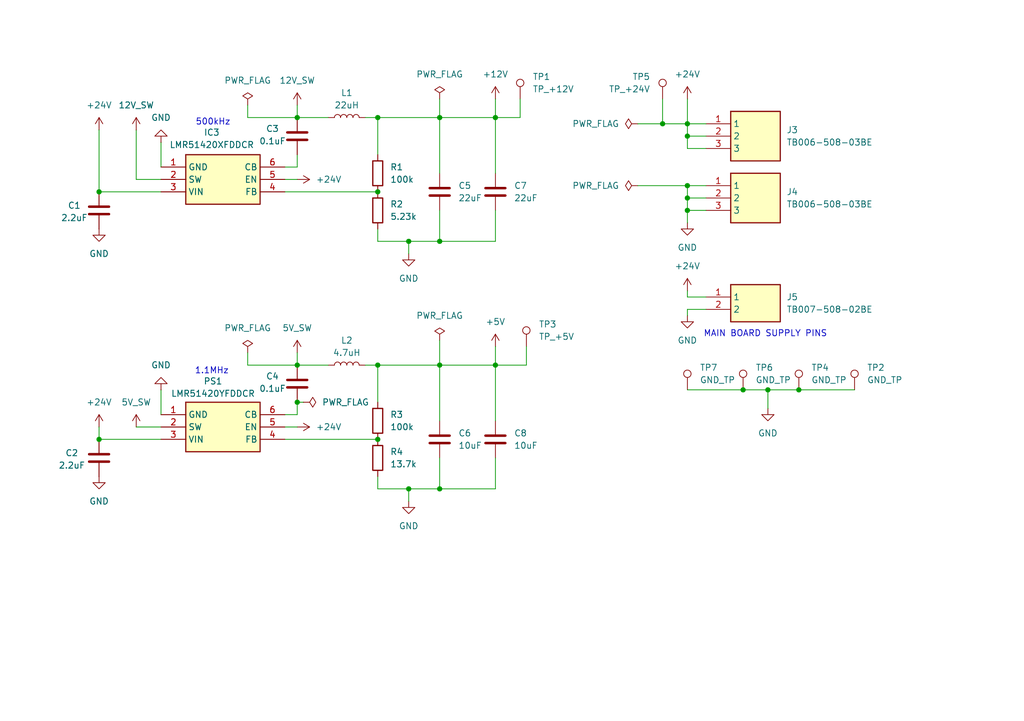
<source format=kicad_sch>
(kicad_sch (version 20250114) (generator "eeschema") (generator_version "9.0")
  (paper "A5")
  (lib_symbols
    (symbol "Connector:TestPoint" (pin_numbers (hide yes)) (pin_names (offset 0.762) (hide yes))
      (property "Reference" "TP" (at 0 6.858 0))
      (property "Value" "TestPoint" (at 0 5.08 0))
      (symbol "TestPoint_0_1"
        (circle (center 0 3.302) (radius 0.762))
      )
      (symbol "TestPoint_1_1"
        (pin passive line (at 0 0 90) (length 2.54) (name "1") (number "1"))
      )
    )
    (symbol "Device:C" (pin_numbers (hide yes)) (pin_names (offset 0.254))
      (property "Reference" "C" (at 0.635 2.54 0))
      (property "Value" "C" (at 0.635 -2.54 0))
      (symbol "C_0_1"
        (polyline (pts (xy -2.032 0.762) (xy 2.032 0.762)) (stroke (width 0.508)))
        (polyline (pts (xy -2.032 -0.762) (xy 2.032 -0.762)) (stroke (width 0.508)))
      )
      (symbol "C_1_1"
        (pin passive line (at 0 3.81 270) (length 2.794) (name "~") (number "1"))
        (pin passive line (at 0 -3.81 90) (length 2.794) (name "~") (number "2"))
      )
    )
    (symbol "Device:L" (pin_numbers (hide yes)) (pin_names (offset 1.016) (hide yes))
      (property "Reference" "L" (at -1.27 0 90))
      (property "Value" "L" (at 1.905 0 90))
      (symbol "L_0_1"
        (arc (start 0 2.54) (mid 0.6323 1.905) (end 0 1.27))
        (arc (start 0 1.27) (mid 0.6323 0.635) (end 0 0))
        (arc (start 0 0) (mid 0.6323 -0.635) (end 0 -1.27))
        (arc (start 0 -1.27) (mid 0.6323 -1.905) (end 0 -2.54))
      )
      (symbol "L_1_1"
        (pin passive line (at 0 3.81 270) (length 1.27) (name "1") (number "1"))
        (pin passive line (at 0 -3.81 90) (length 1.27) (name "2") (number "2"))
      )
    )
    (symbol "Device:R" (pin_numbers (hide yes)) (pin_names (offset 0))
      (property "Reference" "R" (at 2.032 0 90))
      (property "Value" "R" (at 0 0 90))
      (symbol "R_0_1"
        (rectangle (start -1.016 -2.54) (end 1.016 2.54) (stroke (width 0.254)))
      )
      (symbol "R_1_1"
        (pin passive line (at 0 3.81 270) (length 1.27) (name "~") (number "1"))
        (pin passive line (at 0 -3.81 90) (length 1.27) (name "~") (number "2"))
      )
    )
    (symbol "Samacsys:LMR51420XFDDCR"
      (property "Reference" "IC" (at 21.59 7.62 0))
      (property "Value" "LMR51420XFDDCR" (at 21.59 5.08 0))
      (symbol "LMR51420XFDDCR_1_1"
        (rectangle (start 5.08 2.54) (end 20.32 -7.62) (stroke (width 0.254)) (fill (type background)))
        (pin passive line (at 0 0 0) (length 5.08) (name "GND") (number "1"))
        (pin passive line (at 0 -2.54 0) (length 5.08) (name "SW") (number "2"))
        (pin passive line (at 0 -5.08 0) (length 5.08) (name "VIN") (number "3"))
        (pin passive line (at 25.4 0 180) (length 5.08) (name "CB") (number "6"))
        (pin passive line (at 25.4 -2.54 180) (length 5.08) (name "EN") (number "5"))
        (pin passive line (at 25.4 -5.08 180) (length 5.08) (name "FB") (number "4"))
      )
    )
    (symbol "Samacsys:LMR51420YFDDCR"
      (property "Reference" "PS" (at 21.59 7.62 0))
      (property "Value" "LMR51420YFDDCR" (at 21.59 5.08 0))
      (symbol "LMR51420YFDDCR_1_1"
        (rectangle (start 5.08 2.54) (end 20.32 -7.62) (stroke (width 0.254)) (fill (type background)))
        (pin power_in line (at 0 0 0) (length 5.08) (name "GND") (number "1"))
        (pin power_in line (at 0 -2.54 0) (length 5.08) (name "SW") (number "2"))
        (pin power_in line (at 0 -5.08 0) (length 5.08) (name "VIN") (number "3"))
        (pin power_in line (at 25.4 0 180) (length 5.08) (name "CB") (number "6"))
        (pin input line (at 25.4 -2.54 180) (length 5.08) (name "EN") (number "5"))
        (pin input line (at 25.4 -5.08 180) (length 5.08) (name "FB") (number "4"))
      )
    )
    (symbol "Samacsys:TB006-508-03BE"
      (property "Reference" "J" (at 16.51 7.62 0))
      (property "Value" "TB006-508-03BE" (at 16.51 5.08 0))
      (symbol "TB006-508-03BE_1_1"
        (rectangle (start 5.08 2.54) (end 15.24 -7.62) (stroke (width 0.254)) (fill (type background)))
        (pin passive line (at 0 0 0) (length 5.08) (name "1") (number "1"))
        (pin passive line (at 0 -2.54 0) (length 5.08) (name "2") (number "2"))
        (pin passive line (at 0 -5.08 0) (length 5.08) (name "3") (number "3"))
      )
    )
    (symbol "Samacsys:TB007-508-02BE"
      (property "Reference" "J" (at 16.51 7.62 0))
      (property "Value" "TB007-508-02BE" (at 16.51 5.08 0))
      (symbol "TB007-508-02BE_1_1"
        (rectangle (start 5.08 2.54) (end 15.24 -5.08) (stroke (width 0.254)) (fill (type background)))
        (pin passive line (at 0 0 0) (length 5.08) (name "1") (number "1"))
        (pin passive line (at 0 -2.54 0) (length 5.08) (name "2") (number "2"))
      )
    )
    (symbol "power:+12V" (power) (pin_numbers (hide yes)) (pin_names (offset 0) (hide yes))
      (property "Value" "+12V" (at 0 3.556 0))
      (symbol "+12V_0_1"
        (polyline (pts (xy -0.762 1.27) (xy 0 2.54)))
        (polyline (pts (xy 0 2.54) (xy 0.762 1.27)))
        (polyline (pts (xy 0 0) (xy 0 2.54)))
      )
      (symbol "+12V_1_1"
        (pin power_in line (at 0 0 90) (length 0) (name "~") (number "1"))
      )
    )
    (symbol "power:+24V" (power) (pin_numbers (hide yes)) (pin_names (offset 0) (hide yes))
      (property "Value" "+24V" (at 0 3.556 0))
      (symbol "+24V_0_1"
        (polyline (pts (xy -0.762 1.27) (xy 0 2.54)))
        (polyline (pts (xy 0 2.54) (xy 0.762 1.27)))
        (polyline (pts (xy 0 0) (xy 0 2.54)))
      )
      (symbol "+24V_1_1"
        (pin power_in line (at 0 0 90) (length 0) (name "~") (number "1"))
      )
    )
    (symbol "power:GND" (power) (pin_numbers (hide yes)) (pin_names (offset 0) (hide yes))
      (property "Value" "GND" (at 0 -3.81 0))
      (symbol "GND_0_1"
        (polyline (pts (xy 0 0) (xy 0 -1.27) (xy 1.27 -1.27) (xy 0 -2.54) (xy -1.27 -1.27) (xy 0 -1.27)))
      )
      (symbol "GND_1_1"
        (pin power_in line (at 0 0 270) (length 0) (name "~") (number "1"))
      )
    )
    (symbol "power:PWR_FLAG" (power) (pin_numbers (hide yes)) (pin_names (offset 0) (hide yes))
      (property "Value" "PWR_FLAG" (at 0 3.81 0))
      (symbol "PWR_FLAG_0_0"
        (pin power_out line (at 0 0 90) (length 0) (name "~") (number "1"))
      )
      (symbol "PWR_FLAG_0_1"
        (polyline (pts (xy 0 0) (xy 0 1.27) (xy -1.016 1.905) (xy 0 2.54) (xy 1.016 1.905) (xy 0 1.27)))
      )
    )
  )
  (text "500kHz" (at 43.688 25.146 0) (effects (font (size 1.27 1.27))))
  (text "1.1MHz" (at 43.434 76.2 0) (effects (font (size 1.27 1.27))))
  (text "MAIN BOARD SUPPLY PINS" (at 156.972 68.58 0) (effects (font (size 1.27 1.27))))
  (junction (at 77.47 90.17))
  (junction (at 77.47 24.13))
  (junction (at 83.82 49.53))
  (junction (at 90.17 74.93))
  (junction (at 135.89 25.4))
  (junction (at 77.47 74.93))
  (junction (at 140.97 27.94))
  (junction (at 20.32 39.37))
  (junction (at 140.97 25.4))
  (junction (at 77.47 39.37))
  (junction (at 140.97 40.64))
  (junction (at 60.96 74.93))
  (junction (at 140.97 38.1))
  (junction (at 83.82 100.33))
  (junction (at 90.17 49.53))
  (junction (at 90.17 100.33))
  (junction (at 101.6 24.13))
  (junction (at 140.97 43.18))
  (junction (at 90.17 24.13))
  (junction (at 20.32 90.17))
  (junction (at 152.4 80.01))
  (junction (at 60.96 82.55))
  (junction (at 101.6 74.93))
  (junction (at 163.83 80.01))
  (junction (at 157.48 80.01))
  (junction (at 60.96 24.13))
  (wire (pts (xy 33.02 29.21) (xy 33.02 34.29)))
  (wire (pts (xy 20.32 90.17) (xy 33.02 90.17)))
  (wire (pts (xy 58.42 39.37) (xy 77.47 39.37)))
  (wire (pts (xy 33.02 80.01) (xy 33.02 85.09)))
  (wire (pts (xy 90.17 74.93) (xy 90.17 86.36)))
  (wire (pts (xy 163.83 80.01) (xy 175.26 80.01)))
  (wire (pts (xy 140.97 25.4) (xy 140.97 27.94)))
  (wire (pts (xy 20.32 39.37) (xy 33.02 39.37)))
  (wire (pts (xy 83.82 49.53) (xy 83.82 52.07)))
  (wire (pts (xy 83.82 100.33) (xy 90.17 100.33)))
  (wire (pts (xy 106.68 20.32) (xy 106.68 24.13)))
  (wire (pts (xy 83.82 100.33) (xy 83.82 102.87)))
  (wire (pts (xy 77.47 74.93) (xy 74.93 74.93)))
  (wire (pts (xy 140.97 27.94) (xy 144.78 27.94)))
  (wire (pts (xy 101.6 74.93) (xy 101.6 86.36)))
  (wire (pts (xy 60.96 72.39) (xy 60.96 74.93)))
  (wire (pts (xy 107.95 74.93) (xy 101.6 74.93)))
  (wire (pts (xy 140.97 63.5) (xy 144.78 63.5)))
  (wire (pts (xy 130.81 25.4) (xy 135.89 25.4)))
  (wire (pts (xy 90.17 24.13) (xy 90.17 35.56)))
  (wire (pts (xy 27.94 36.83) (xy 33.02 36.83)))
  (wire (pts (xy 77.47 49.53) (xy 83.82 49.53)))
  (wire (pts (xy 135.89 25.4) (xy 140.97 25.4)))
  (wire (pts (xy 50.8 21.59) (xy 50.8 24.13)))
  (wire (pts (xy 101.6 74.93) (xy 90.17 74.93)))
  (wire (pts (xy 140.97 40.64) (xy 140.97 43.18)))
  (wire (pts (xy 144.78 40.64) (xy 140.97 40.64)))
  (wire (pts (xy 60.96 82.55) (xy 60.96 85.09)))
  (wire (pts (xy 90.17 24.13) (xy 77.47 24.13)))
  (wire (pts (xy 77.47 24.13) (xy 74.93 24.13)))
  (wire (pts (xy 60.96 24.13) (xy 67.31 24.13)))
  (wire (pts (xy 140.97 80.01) (xy 152.4 80.01)))
  (wire (pts (xy 58.42 87.63) (xy 60.96 87.63)))
  (wire (pts (xy 58.42 34.29) (xy 60.96 34.29)))
  (wire (pts (xy 50.8 24.13) (xy 60.96 24.13)))
  (wire (pts (xy 90.17 24.13) (xy 101.6 24.13)))
  (wire (pts (xy 140.97 30.48) (xy 144.78 30.48)))
  (wire (pts (xy 135.89 20.32) (xy 135.89 25.4)))
  (wire (pts (xy 90.17 20.32) (xy 90.17 24.13)))
  (wire (pts (xy 90.17 49.53) (xy 90.17 43.18)))
  (wire (pts (xy 101.6 100.33) (xy 90.17 100.33)))
  (wire (pts (xy 90.17 74.93) (xy 77.47 74.93)))
  (wire (pts (xy 77.47 82.55) (xy 77.47 74.93)))
  (wire (pts (xy 157.48 80.01) (xy 157.48 83.82)))
  (wire (pts (xy 140.97 45.72) (xy 140.97 43.18)))
  (wire (pts (xy 107.95 71.12) (xy 107.95 74.93)))
  (wire (pts (xy 60.96 31.75) (xy 60.96 34.29)))
  (wire (pts (xy 130.81 38.1) (xy 140.97 38.1)))
  (wire (pts (xy 101.6 20.32) (xy 101.6 24.13)))
  (wire (pts (xy 101.6 43.18) (xy 101.6 49.53)))
  (wire (pts (xy 60.96 74.93) (xy 67.31 74.93)))
  (wire (pts (xy 101.6 71.12) (xy 101.6 74.93)))
  (wire (pts (xy 140.97 27.94) (xy 140.97 30.48)))
  (wire (pts (xy 144.78 38.1) (xy 140.97 38.1)))
  (wire (pts (xy 140.97 40.64) (xy 140.97 38.1)))
  (wire (pts (xy 140.97 43.18) (xy 144.78 43.18)))
  (wire (pts (xy 140.97 64.77) (xy 140.97 63.5)))
  (wire (pts (xy 83.82 49.53) (xy 90.17 49.53)))
  (wire (pts (xy 77.47 46.99) (xy 77.47 49.53)))
  (wire (pts (xy 58.42 36.83) (xy 60.96 36.83)))
  (wire (pts (xy 60.96 82.55) (xy 62.23 82.55)))
  (wire (pts (xy 157.48 80.01) (xy 163.83 80.01)))
  (wire (pts (xy 27.94 26.67) (xy 27.94 36.83)))
  (wire (pts (xy 140.97 20.32) (xy 140.97 25.4)))
  (wire (pts (xy 50.8 74.93) (xy 60.96 74.93)))
  (wire (pts (xy 77.47 31.75) (xy 77.47 24.13)))
  (wire (pts (xy 140.97 25.4) (xy 144.78 25.4)))
  (wire (pts (xy 50.8 72.39) (xy 50.8 74.93)))
  (wire (pts (xy 20.32 26.67) (xy 20.32 39.37)))
  (wire (pts (xy 101.6 49.53) (xy 90.17 49.53)))
  (wire (pts (xy 58.42 85.09) (xy 60.96 85.09)))
  (wire (pts (xy 20.32 87.63) (xy 20.32 90.17)))
  (wire (pts (xy 77.47 100.33) (xy 83.82 100.33)))
  (wire (pts (xy 140.97 60.96) (xy 144.78 60.96)))
  (wire (pts (xy 60.96 21.59) (xy 60.96 24.13)))
  (wire (pts (xy 77.47 97.79) (xy 77.47 100.33)))
  (wire (pts (xy 101.6 24.13) (xy 101.6 35.56)))
  (wire (pts (xy 101.6 93.98) (xy 101.6 100.33)))
  (wire (pts (xy 152.4 80.01) (xy 157.48 80.01)))
  (wire (pts (xy 58.42 90.17) (xy 77.47 90.17)))
  (wire (pts (xy 90.17 69.85) (xy 90.17 74.93)))
  (wire (pts (xy 90.17 100.33) (xy 90.17 93.98)))
  (wire (pts (xy 27.94 87.63) (xy 33.02 87.63)))
  (wire (pts (xy 106.68 24.13) (xy 101.6 24.13)))
  (wire (pts (xy 140.97 59.69) (xy 140.97 60.96)))
  (symbol (lib_id "Samacsys:TB006-508-03BE") (at 144.78 25.4 0) (unit 1)
    (property "Reference" "J3" (at 161.29 26.6699 0) (effects (justify left)))
    (property "Value" "TB006-508-03BE" (at 161.29 29.2099 0) (effects (justify left)))
    (property "Footprint" "Samacsys:TB00650803BE" (effects (hide yes)))
    (property "Datasheet" "https://www.sameskydevices.com/product/resource/supplyframepdf/tb006-508.pdf" (effects (hide yes)))
    (property "Description" "2~24 Poles, Screw Type, Horizontal, 5.08 Pitch, 26~14 (AWG), Terminal Block Connector" (effects (hide yes)))
    (property "Height" "10.4" (effects (hide yes)))
    (property "Mouser Part Number" "490-TB006-508-03BE" (effects (hide yes)))
    (property "Mouser Price/Stock" "https://www.mouser.co.uk/ProductDetail/Same-Sky/TB006-508-03BE?qs=vLWxofP3U2zmvvLYJBQLMA%3D%3D" (effects (hide yes)))
    (property "Manufacturer_Name" "Same Sky" (effects (hide yes)))
    (property "Manufacturer_Part_Number" "TB006-508-03BE" (effects (hide yes)))
  )
  (symbol (lib_id "power:GND") (at 140.97 45.72 0) (unit 1)
    (property "Reference" "#PWR020" (effects (hide yes)))
    (property "Value" "GND" (at 140.97 50.8 0))
    (property "Description" "Power symbol creates a global label with name \"GND\" , ground" (effects (hide yes)))
  )
  (symbol (lib_id "power:+24V") (at 60.96 36.83 270) (unit 1)
    (property "Reference" "#PWR011" (effects (hide yes)))
    (property "Value" "+24V" (at 64.77 36.8299 90) (effects (justify left)))
    (property "Description" "Power symbol creates a global label with name \"+24V\"" (effects (hide yes)))
  )
  (symbol (lib_id "Device:C") (at 60.96 27.94 180) (unit 1)
    (property "Reference" "C3" (at 55.88 26.416 0))
    (property "Value" "0.1uF" (at 55.88 28.956 0))
    (property "Footprint" "Capacitor_SMD:C_1206_3216Metric_Pad1.33x1.80mm_HandSolder" (effects (hide yes)))
    (property "Description" "Unpolarized capacitor" (effects (hide yes)))
  )
  (symbol (lib_id "Samacsys:TB006-508-03BE") (at 144.78 38.1 0) (unit 1)
    (property "Reference" "J4" (at 161.29 39.3699 0) (effects (justify left)))
    (property "Value" "TB006-508-03BE" (at 161.29 41.9099 0) (effects (justify left)))
    (property "Footprint" "Samacsys:TB00650803BE" (effects (hide yes)))
    (property "Datasheet" "https://www.sameskydevices.com/product/resource/supplyframepdf/tb006-508.pdf" (effects (hide yes)))
    (property "Description" "2~24 Poles, Screw Type, Horizontal, 5.08 Pitch, 26~14 (AWG), Terminal Block Connector" (effects (hide yes)))
    (property "Height" "10.4" (effects (hide yes)))
    (property "Mouser Part Number" "490-TB006-508-03BE" (effects (hide yes)))
    (property "Mouser Price/Stock" "https://www.mouser.co.uk/ProductDetail/Same-Sky/TB006-508-03BE?qs=vLWxofP3U2zmvvLYJBQLMA%3D%3D" (effects (hide yes)))
    (property "Manufacturer_Name" "Same Sky" (effects (hide yes)))
    (property "Manufacturer_Part_Number" "TB006-508-03BE" (effects (hide yes)))
  )
  (symbol (lib_id "power:+12V") (at 101.6 20.32 0) (unit 1)
    (property "Reference" "#PWR017" (effects (hide yes)))
    (property "Value" "+12V" (at 101.6 15.24 0))
    (property "Description" "Power symbol creates a global label with name \"+12V\"" (effects (hide yes)))
  )
  (symbol (lib_id "Device:R") (at 77.47 86.36 0) (unit 1)
    (property "Reference" "R3" (at 80.01 85.0899 0) (effects (justify left)))
    (property "Value" "100k" (at 80.01 87.6299 0) (effects (justify left)))
    (property "Footprint" "Resistor_SMD:R_1206_3216Metric_Pad1.30x1.75mm_HandSolder" (effects (hide yes)))
    (property "Description" "Resistor" (effects (hide yes)))
  )
  (symbol (lib_id "power:+24V") (at 27.94 87.63 0) (unit 1)
    (property "Reference" "#PWR010" (effects (hide yes)))
    (property "Value" "5V_SW" (at 27.94 82.55 0))
    (property "Description" "Power symbol creates a global label with name \"+24V\"" (effects (hide yes)))
  )
  (symbol (lib_id "Device:C") (at 60.96 78.74 180) (unit 1)
    (property "Reference" "C4" (at 55.88 77.216 0))
    (property "Value" "0.1uF" (at 55.88 79.756 0))
    (property "Footprint" "Capacitor_SMD:C_1206_3216Metric_Pad1.33x1.80mm_HandSolder" (effects (hide yes)))
    (property "Description" "Unpolarized capacitor" (effects (hide yes)))
  )
  (symbol (lib_id "Device:R") (at 77.47 35.56 0) (unit 1)
    (property "Reference" "R1" (at 80.01 34.2899 0) (effects (justify left)))
    (property "Value" "100k" (at 80.01 36.8299 0) (effects (justify left)))
    (property "Footprint" "Resistor_SMD:R_1206_3216Metric_Pad1.30x1.75mm_HandSolder" (effects (hide yes)))
    (property "Description" "Resistor" (effects (hide yes)))
  )
  (symbol (lib_id "Connector:TestPoint") (at 135.89 20.32 0) (mirror y) (unit 1)
    (property "Reference" "TP5" (at 133.35 15.7479 0) (effects (justify left)))
    (property "Value" "TP_+24V" (at 133.35 18.2879 0) (effects (justify left)))
    (property "Footprint" "TestPoint:TestPoint_THTPad_2.0x2.0mm_Drill1.0mm" (effects (hide yes)))
    (property "Description" "test point" (effects (hide yes)))
  )
  (symbol (lib_id "power:+24V") (at 60.96 72.39 0) (unit 1)
    (property "Reference" "#PWR014" (effects (hide yes)))
    (property "Value" "5V_SW" (at 60.96 67.31 0))
    (property "Description" "Power symbol creates a global label with name \"+24V\"" (effects (hide yes)))
  )
  (symbol (lib_id "power:+24V") (at 60.96 87.63 270) (unit 1)
    (property "Reference" "#PWR012" (effects (hide yes)))
    (property "Value" "+24V" (at 64.77 87.6299 90) (effects (justify left)))
    (property "Description" "Power symbol creates a global label with name \"+24V\"" (effects (hide yes)))
  )
  (symbol (lib_id "power:GND") (at 83.82 52.07 0) (unit 1)
    (property "Reference" "#PWR015" (effects (hide yes)))
    (property "Value" "GND" (at 83.82 57.15 0))
    (property "Description" "Power symbol creates a global label with name \"GND\" , ground" (effects (hide yes)))
  )
  (symbol (lib_id "power:GND") (at 33.02 29.21 180) (unit 1)
    (property "Reference" "#PWR076" (effects (hide yes)))
    (property "Value" "GND" (at 33.02 24.13 0))
    (property "Description" "Power symbol creates a global label with name \"GND\" , ground" (effects (hide yes)))
  )
  (symbol (lib_id "power:GND") (at 20.32 46.99 0) (unit 1)
    (property "Reference" "#PWR06" (effects (hide yes)))
    (property "Value" "GND" (at 20.32 52.07 0))
    (property "Description" "Power symbol creates a global label with name \"GND\" , ground" (effects (hide yes)))
  )
  (symbol (lib_id "power:+24V") (at 20.32 87.63 0) (unit 1)
    (property "Reference" "#PWR07" (effects (hide yes)))
    (property "Value" "+24V" (at 20.32 82.55 0))
    (property "Description" "Power symbol creates a global label with name \"+24V\"" (effects (hide yes)))
  )
  (symbol (lib_id "Device:C") (at 101.6 90.17 0) (unit 1)
    (property "Reference" "C8" (at 105.41 88.8999 0) (effects (justify left)))
    (property "Value" "10uF" (at 105.41 91.4399 0) (effects (justify left)))
    (property "Footprint" "Capacitor_SMD:C_1206_3216Metric_Pad1.33x1.80mm_HandSolder" (effects (hide yes)))
    (property "Description" "Unpolarized capacitor" (effects (hide yes)))
  )
  (symbol (lib_id "Device:C") (at 90.17 90.17 0) (unit 1)
    (property "Reference" "C6" (at 93.98 88.8999 0) (effects (justify left)))
    (property "Value" "10uF" (at 93.98 91.4399 0) (effects (justify left)))
    (property "Footprint" "Capacitor_SMD:C_1206_3216Metric_Pad1.33x1.80mm_HandSolder" (effects (hide yes)))
    (property "Description" "Unpolarized capacitor" (effects (hide yes)))
  )
  (symbol (lib_id "power:+24V") (at 20.32 26.67 0) (unit 1)
    (property "Reference" "#PWR05" (effects (hide yes)))
    (property "Value" "+24V" (at 20.32 21.59 0))
    (property "Description" "Power symbol creates a global label with name \"+24V\"" (effects (hide yes)))
  )
  (symbol (lib_id "Connector:TestPoint") (at 163.83 80.01 0) (unit 1)
    (property "Reference" "TP4" (at 166.37 75.4379 0) (effects (justify left)))
    (property "Value" "GND_TP" (at 166.37 77.9779 0) (effects (justify left)))
    (property "Footprint" "TestPoint:TestPoint_THTPad_D2.0mm_Drill1.0mm" (effects (hide yes)))
    (property "Description" "test point" (effects (hide yes)))
  )
  (symbol (lib_id "Device:C") (at 20.32 93.98 0) (mirror x) (unit 1)
    (property "Reference" "C2" (at 14.732 92.964 0))
    (property "Value" "2.2uF" (at 14.732 95.504 0))
    (property "Footprint" "Capacitor_SMD:C_1206_3216Metric_Pad1.33x1.80mm_HandSolder" (effects (hide yes)))
    (property "Description" "Unpolarized capacitor" (effects (hide yes)))
  )
  (symbol (lib_id "power:PWR_FLAG") (at 90.17 69.85 0) (unit 1)
    (property "Reference" "#FLG09" (effects (hide yes)))
    (property "Value" "PWR_FLAG" (at 90.17 64.77 0))
    (property "Description" "Special symbol for telling ERC where power comes from" (effects (hide yes)))
  )
  (symbol (lib_id "power:+24V") (at 140.97 59.69 0) (unit 1)
    (property "Reference" "#PWR072" (effects (hide yes)))
    (property "Value" "+24V" (at 140.97 54.61 0))
    (property "Description" "Power symbol creates a global label with name \"+24V\"" (effects (hide yes)))
  )
  (symbol (lib_id "Device:R") (at 77.47 43.18 0) (unit 1)
    (property "Reference" "R2" (at 80.01 41.9099 0) (effects (justify left)))
    (property "Value" "5.23k" (at 80.01 44.4499 0) (effects (justify left)))
    (property "Footprint" "Resistor_SMD:R_1206_3216Metric_Pad1.30x1.75mm_HandSolder" (effects (hide yes)))
    (property "Description" "Resistor" (effects (hide yes)))
  )
  (symbol (lib_id "Connector:TestPoint") (at 152.4 80.01 0) (unit 1)
    (property "Reference" "TP6" (at 154.94 75.4379 0) (effects (justify left)))
    (property "Value" "GND_TP" (at 154.94 77.9779 0) (effects (justify left)))
    (property "Footprint" "TestPoint:TestPoint_THTPad_D2.0mm_Drill1.0mm" (effects (hide yes)))
    (property "Description" "test point" (effects (hide yes)))
  )
  (symbol (lib_id "power:PWR_FLAG") (at 62.23 82.55 270) (unit 1)
    (property "Reference" "#FLG03" (effects (hide yes)))
    (property "Value" "PWR_FLAG" (at 66.04 82.5499 90) (effects (justify left)))
    (property "Description" "Special symbol for telling ERC where power comes from" (effects (hide yes)))
  )
  (symbol (lib_id "power:PWR_FLAG") (at 50.8 72.39 0) (unit 1)
    (property "Reference" "#FLG06" (effects (hide yes)))
    (property "Value" "PWR_FLAG" (at 50.8 67.31 0))
    (property "Description" "Special symbol for telling ERC where power comes from" (effects (hide yes)))
  )
  (symbol (lib_id "power:GND") (at 33.02 80.01 180) (unit 1)
    (property "Reference" "#PWR075" (effects (hide yes)))
    (property "Value" "GND" (at 33.02 74.93 0))
    (property "Description" "Power symbol creates a global label with name \"GND\" , ground" (effects (hide yes)))
  )
  (symbol (lib_id "power:GND") (at 157.48 83.82 0) (unit 1)
    (property "Reference" "#PWR073" (effects (hide yes)))
    (property "Value" "GND" (at 157.48 88.9 0))
    (property "Description" "Power symbol creates a global label with name \"GND\" , ground" (effects (hide yes)))
  )
  (symbol (lib_id "power:PWR_FLAG") (at 130.81 25.4 90) (unit 1)
    (property "Reference" "#FLG010" (effects (hide yes)))
    (property "Value" "PWR_FLAG" (at 127 25.3999 90) (effects (justify left)))
    (property "Description" "Special symbol for telling ERC where power comes from" (effects (hide yes)))
  )
  (symbol (lib_id "Device:L") (at 71.12 24.13 90) (unit 1)
    (property "Reference" "L1" (at 71.12 19.05 90))
    (property "Value" "22uH" (at 71.12 21.59 90))
    (property "Footprint" "Samacsys:INDPM7070X480N" (effects (hide yes)))
    (property "Description" "Inductor" (effects (hide yes)))
  )
  (symbol (lib_id "Samacsys:LMR51420YFDDCR") (at 33.02 85.09 0) (unit 1)
    (property "Reference" "PS1" (at 43.688 78.232 0))
    (property "Value" "LMR51420YFDDCR" (at 43.688 80.772 0))
    (property "Footprint" "Samacsys:SOT95P280X110-6N" (effects (hide yes)))
    (property "Datasheet" "https://www.ti.com/general/docs/suppproductinfo.tsp?distId=26&gotoUrl=https://www.ti.com/lit/gpn/lmr51420" (effects (hide yes)))
    (property "Description" "Switching Voltage Regulators SIMPLE SWITCHER power converter 4.5-V to 36-V, 2-A, synchronous buck with 40-uA IQ" (effects (hide yes)))
    (property "Height" "1.1" (effects (hide yes)))
    (property "Mouser Part Number" "595-LMR51420YFDDCR" (effects (hide yes)))
    (property "Mouser Price/Stock" "https://www.mouser.co.uk/ProductDetail/Texas-Instruments/LMR51420YFDDCR?qs=vvQtp7zwQdNC3trKS9P7rQ%3D%3D" (effects (hide yes)))
    (property "Manufacturer_Name" "Texas Instruments" (effects (hide yes)))
    (property "Manufacturer_Part_Number" "LMR51420YFDDCR" (effects (hide yes)))
  )
  (symbol (lib_id "Device:L") (at 71.12 74.93 90) (unit 1)
    (property "Reference" "L2" (at 71.12 69.85 90))
    (property "Value" "4.7uH" (at 71.12 72.39 90))
    (property "Footprint" "Samacsys:INDC3225X120N" (effects (hide yes)))
    (property "Description" "Inductor" (effects (hide yes)))
  )
  (symbol (lib_id "Device:C") (at 90.17 39.37 0) (unit 1)
    (property "Reference" "C5" (at 93.98 38.0999 0) (effects (justify left)))
    (property "Value" "22uF" (at 93.98 40.6399 0) (effects (justify left)))
    (property "Footprint" "Capacitor_SMD:C_1206_3216Metric_Pad1.33x1.80mm_HandSolder" (effects (hide yes)))
    (property "Description" "Unpolarized capacitor" (effects (hide yes)))
  )
  (symbol (lib_id "Device:C") (at 101.6 39.37 0) (unit 1)
    (property "Reference" "C7" (at 105.41 38.0999 0) (effects (justify left)))
    (property "Value" "22uF" (at 105.41 40.6399 0) (effects (justify left)))
    (property "Footprint" "Capacitor_SMD:C_1206_3216Metric_Pad1.33x1.80mm_HandSolder" (effects (hide yes)))
    (property "Description" "Unpolarized capacitor" (effects (hide yes)))
  )
  (symbol (lib_id "power:+24V") (at 27.94 26.67 0) (unit 1)
    (property "Reference" "#PWR09" (effects (hide yes)))
    (property "Value" "12V_SW" (at 27.94 21.59 0))
    (property "Description" "Power symbol creates a global label with name \"+24V\"" (effects (hide yes)))
  )
  (symbol (lib_id "Samacsys:TB007-508-02BE") (at 144.78 60.96 0) (unit 1)
    (property "Reference" "J5" (at 161.29 60.9599 0) (effects (justify left)))
    (property "Value" "TB007-508-02BE" (at 161.29 63.4999 0) (effects (justify left)))
    (property "Footprint" "Samacsys:TB00750802BE" (effects (hide yes)))
    (property "Datasheet" "https://www.digikey.ph/en/products/detail/same-sky-formerly-cui-devices/TB007-508-02BE/10064127?msockid=3bdc366bbe0663d83c1223c0bf3662a6" (effects (hide yes)))
    (property "Description" "2~24 Poles, Screw Type, Horizontal, 5.08 Pitch, 24~12 (AWG), Terminal Block Connector" (effects (hide yes)))
    (property "Height" "14" (effects (hide yes)))
    (property "Mouser Part Number" "490-TB007-508-02BE" (effects (hide yes)))
    (property "Mouser Price/Stock" "https://www.mouser.co.uk/ProductDetail/Same-Sky/TB007-508-02BE?qs=vLWxofP3U2y6PFKAfCqKUQ%3D%3D" (effects (hide yes)))
    (property "Manufacturer_Name" "Same Sky" (effects (hide yes)))
    (property "Manufacturer_Part_Number" "TB007-508-02BE" (effects (hide yes)))
  )
  (symbol (lib_id "Samacsys:LMR51420XFDDCR") (at 33.02 34.29 0) (unit 1)
    (property "Reference" "IC3" (at 43.434 27.178 0))
    (property "Value" "LMR51420XFDDCR" (at 43.434 29.718 0))
    (property "Footprint" "Samacsys:SOT95P280X110-6N" (effects (hide yes)))
    (property "Datasheet" "https://www.ti.com/lit/ds/symlink/lmr51420.pdf?ts=1662461097045&ref_url=https%253A%252F%252Fwww.ti.com%252Fproduct%252FLMR51420%252Fpart-details%252FLMR51420XFDDCR" (effects (hide yes)))
    (property "Description" "Switching Voltage Regulators SIMPLE SWITCHER power converter 4.5-V to 36-V, 2-A, synchronous buck with 40-uA IQ" (effects (hide yes)))
    (property "Height" "1.1" (effects (hide yes)))
    (property "Mouser Part Number" "595-LMR51420XFDDCR" (effects (hide yes)))
    (property "Mouser Price/Stock" "https://www.mouser.co.uk/ProductDetail/Texas-Instruments/LMR51420XFDDCR?qs=vvQtp7zwQdMiXKT41134nA%3D%3D" (effects (hide yes)))
    (property "Manufacturer_Name" "Texas Instruments" (effects (hide yes)))
    (property "Manufacturer_Part_Number" "LMR51420XFDDCR" (effects (hide yes)))
  )
  (symbol (lib_id "power:+24V") (at 60.96 21.59 0) (unit 1)
    (property "Reference" "#PWR013" (effects (hide yes)))
    (property "Value" "12V_SW" (at 60.96 16.51 0))
    (property "Description" "Power symbol creates a global label with name \"+24V\"" (effects (hide yes)))
  )
  (symbol (lib_id "power:PWR_FLAG") (at 130.81 38.1 90) (unit 1)
    (property "Reference" "#FLG011" (effects (hide yes)))
    (property "Value" "PWR_FLAG" (at 127 38.0999 90) (effects (justify left)))
    (property "Description" "Special symbol for telling ERC where power comes from" (effects (hide yes)))
  )
  (symbol (lib_id "Connector:TestPoint") (at 140.97 80.01 0) (unit 1)
    (property "Reference" "TP7" (at 143.51 75.4379 0) (effects (justify left)))
    (property "Value" "GND_TP" (at 143.51 77.9779 0) (effects (justify left)))
    (property "Footprint" "TestPoint:TestPoint_THTPad_D2.0mm_Drill1.0mm" (effects (hide yes)))
    (property "Description" "test point" (effects (hide yes)))
  )
  (symbol (lib_id "Device:R") (at 77.47 93.98 0) (unit 1)
    (property "Reference" "R4" (at 80.01 92.7099 0) (effects (justify left)))
    (property "Value" "13.7k" (at 80.01 95.2499 0) (effects (justify left)))
    (property "Footprint" "Resistor_SMD:R_1206_3216Metric_Pad1.30x1.75mm_HandSolder" (effects (hide yes)))
    (property "Description" "Resistor" (effects (hide yes)))
  )
  (symbol (lib_id "power:GND") (at 20.32 97.79 0) (unit 1)
    (property "Reference" "#PWR08" (effects (hide yes)))
    (property "Value" "GND" (at 20.32 102.87 0))
    (property "Description" "Power symbol creates a global label with name \"GND\" , ground" (effects (hide yes)))
  )
  (symbol (lib_id "Device:C") (at 20.32 43.18 0) (mirror x) (unit 1)
    (property "Reference" "C1" (at 15.24 42.164 0))
    (property "Value" "2.2uF" (at 15.24 44.704 0))
    (property "Footprint" "Capacitor_SMD:C_1206_3216Metric_Pad1.33x1.80mm_HandSolder" (effects (hide yes)))
    (property "Description" "Unpolarized capacitor" (effects (hide yes)))
  )
  (symbol (lib_id "Connector:TestPoint") (at 175.26 80.01 0) (unit 1)
    (property "Reference" "TP2" (at 177.8 75.4379 0) (effects (justify left)))
    (property "Value" "GND_TP" (at 177.8 77.9779 0) (effects (justify left)))
    (property "Footprint" "TestPoint:TestPoint_THTPad_D2.0mm_Drill1.0mm" (effects (hide yes)))
    (property "Description" "test point" (effects (hide yes)))
  )
  (symbol (lib_id "power:GND") (at 83.82 102.87 0) (unit 1)
    (property "Reference" "#PWR016" (effects (hide yes)))
    (property "Value" "GND" (at 83.82 107.95 0))
    (property "Description" "Power symbol creates a global label with name \"GND\" , ground" (effects (hide yes)))
  )
  (symbol (lib_id "Connector:TestPoint") (at 106.68 20.32 0) (unit 1)
    (property "Reference" "TP1" (at 109.22 15.7479 0) (effects (justify left)))
    (property "Value" "TP_+12V" (at 109.22 18.2879 0) (effects (justify left)))
    (property "Footprint" "TestPoint:TestPoint_THTPad_2.0x2.0mm_Drill1.0mm" (effects (hide yes)))
    (property "Description" "test point" (effects (hide yes)))
  )
  (symbol (lib_id "power:+24V") (at 140.97 20.32 0) (unit 1)
    (property "Reference" "#PWR019" (effects (hide yes)))
    (property "Value" "+24V" (at 140.97 15.24 0))
    (property "Description" "Power symbol creates a global label with name \"+24V\"" (effects (hide yes)))
  )
  (symbol (lib_id "Connector:TestPoint") (at 107.95 71.12 0) (unit 1)
    (property "Reference" "TP3" (at 110.49 66.5479 0) (effects (justify left)))
    (property "Value" "TP_+5V" (at 110.49 69.0879 0) (effects (justify left)))
    (property "Footprint" "TestPoint:TestPoint_THTPad_2.0x2.0mm_Drill1.0mm" (effects (hide yes)))
    (property "Description" "test point" (effects (hide yes)))
  )
  (symbol (lib_id "power:PWR_FLAG") (at 50.8 21.59 0) (unit 1)
    (property "Reference" "#FLG07" (effects (hide yes)))
    (property "Value" "PWR_FLAG" (at 50.8 16.51 0))
    (property "Description" "Special symbol for telling ERC where power comes from" (effects (hide yes)))
  )
  (symbol (lib_id "power:PWR_FLAG") (at 90.17 20.32 0) (unit 1)
    (property "Reference" "#FLG08" (effects (hide yes)))
    (property "Value" "PWR_FLAG" (at 90.17 15.24 0))
    (property "Description" "Special symbol for telling ERC where power comes from" (effects (hide yes)))
  )
  (symbol (lib_id "power:GND") (at 140.97 64.77 0) (unit 1)
    (property "Reference" "#PWR074" (effects (hide yes)))
    (property "Value" "GND" (at 140.97 69.85 0))
    (property "Description" "Power symbol creates a global label with name \"GND\" , ground" (effects (hide yes)))
  )
  (symbol (lib_id "power:+12V") (at 101.6 71.12 0) (unit 1)
    (property "Reference" "#PWR018" (effects (hide yes)))
    (property "Value" "+5V" (at 101.6 66.04 0))
    (property "Description" "Power symbol creates a global label with name \"+12V\"" (effects (hide yes)))
  )
)
</source>
